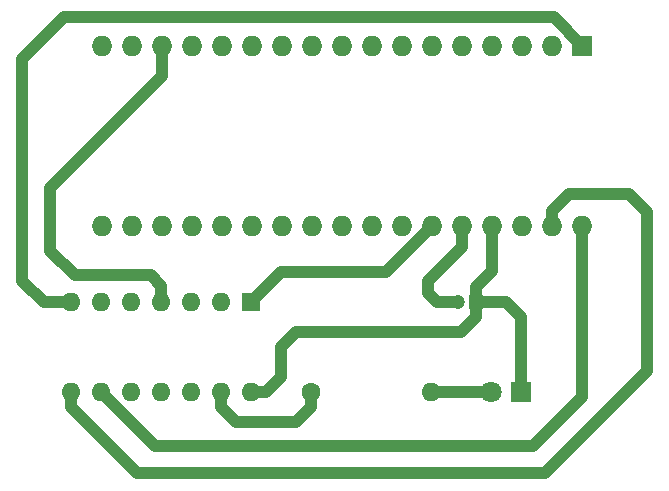
<source format=gbr>
G04 #@! TF.GenerationSoftware,KiCad,Pcbnew,(5.1.9-0-10_14)*
G04 #@! TF.CreationDate,2021-06-09T21:06:45+01:00*
G04 #@! TF.ProjectId,ATtiny84Programmer,41547469-6e79-4383-9450-726f6772616d,rev?*
G04 #@! TF.SameCoordinates,Original*
G04 #@! TF.FileFunction,Copper,L2,Bot*
G04 #@! TF.FilePolarity,Positive*
%FSLAX46Y46*%
G04 Gerber Fmt 4.6, Leading zero omitted, Abs format (unit mm)*
G04 Created by KiCad (PCBNEW (5.1.9-0-10_14)) date 2021-06-09 21:06:45*
%MOMM*%
%LPD*%
G01*
G04 APERTURE LIST*
G04 #@! TA.AperFunction,ComponentPad*
%ADD10O,1.727200X1.727200*%
G04 #@! TD*
G04 #@! TA.AperFunction,ComponentPad*
%ADD11R,1.727200X1.727200*%
G04 #@! TD*
G04 #@! TA.AperFunction,ComponentPad*
%ADD12R,1.200000X1.200000*%
G04 #@! TD*
G04 #@! TA.AperFunction,ComponentPad*
%ADD13C,1.200000*%
G04 #@! TD*
G04 #@! TA.AperFunction,ComponentPad*
%ADD14R,1.800000X1.800000*%
G04 #@! TD*
G04 #@! TA.AperFunction,ComponentPad*
%ADD15C,1.800000*%
G04 #@! TD*
G04 #@! TA.AperFunction,ComponentPad*
%ADD16C,1.600000*%
G04 #@! TD*
G04 #@! TA.AperFunction,ComponentPad*
%ADD17O,1.600000X1.600000*%
G04 #@! TD*
G04 #@! TA.AperFunction,ComponentPad*
%ADD18R,1.600000X1.600000*%
G04 #@! TD*
G04 #@! TA.AperFunction,Conductor*
%ADD19C,1.016000*%
G04 #@! TD*
G04 APERTURE END LIST*
D10*
G04 #@! TO.P,XA1,*
G04 #@! TO.N,*
X115680000Y-92600000D03*
G04 #@! TO.P,XA1,RST2*
G04 #@! TO.N,Net-(XA1-PadRST2)*
X123300000Y-77360000D03*
D11*
G04 #@! TO.P,XA1,MOSI*
G04 #@! TO.N,Net-(U1-Pad7)*
X133460000Y-77360000D03*
D10*
G04 #@! TO.P,XA1,SCK*
G04 #@! TO.N,Net-(U1-Pad9)*
X133460000Y-92600000D03*
G04 #@! TO.P,XA1,A0*
G04 #@! TO.N,Net-(XA1-PadA0)*
X100440000Y-92600000D03*
G04 #@! TO.P,XA1,VIN*
G04 #@! TO.N,Net-(XA1-PadVIN)*
X128380000Y-92600000D03*
G04 #@! TO.P,XA1,GND2*
G04 #@! TO.N,Net-(XA1-PadGND2)*
X120760000Y-77360000D03*
G04 #@! TO.P,XA1,GND1*
G04 #@! TO.N,GND*
X125840000Y-92600000D03*
G04 #@! TO.P,XA1,5V*
G04 #@! TO.N,+5V*
X120760000Y-92600000D03*
G04 #@! TO.P,XA1,3V3*
G04 #@! TO.N,Net-(XA1-Pad3V3)*
X95360000Y-92600000D03*
G04 #@! TO.P,XA1,RST1*
G04 #@! TO.N,Net-(C1-Pad2)*
X123300000Y-92600000D03*
G04 #@! TO.P,XA1,SS*
G04 #@! TO.N,Net-(XA1-PadSS)*
X130920000Y-77360000D03*
G04 #@! TO.P,XA1,D0*
G04 #@! TO.N,Net-(XA1-PadD0)*
X125840000Y-77360000D03*
G04 #@! TO.P,XA1,D1*
G04 #@! TO.N,Net-(XA1-PadD1)*
X128380000Y-77360000D03*
G04 #@! TO.P,XA1,D2*
G04 #@! TO.N,Net-(XA1-PadD2)*
X118220000Y-77360000D03*
G04 #@! TO.P,XA1,D3*
G04 #@! TO.N,Net-(XA1-PadD3)*
X115680000Y-77360000D03*
G04 #@! TO.P,XA1,D4*
G04 #@! TO.N,Net-(XA1-PadD4)*
X113140000Y-77360000D03*
G04 #@! TO.P,XA1,D5*
G04 #@! TO.N,Net-(XA1-PadD5)*
X110600000Y-77360000D03*
G04 #@! TO.P,XA1,D6*
G04 #@! TO.N,Net-(XA1-PadD6)*
X108060000Y-77360000D03*
G04 #@! TO.P,XA1,D7*
G04 #@! TO.N,Net-(XA1-PadD7)*
X105520000Y-77360000D03*
G04 #@! TO.P,XA1,D8*
G04 #@! TO.N,Net-(XA1-PadD8)*
X102980000Y-77360000D03*
G04 #@! TO.P,XA1,D9*
G04 #@! TO.N,Net-(XA1-PadD9)*
X100440000Y-77360000D03*
G04 #@! TO.P,XA1,D10*
G04 #@! TO.N,Net-(U1-Pad4)*
X97900000Y-77360000D03*
G04 #@! TO.P,XA1,AREF*
G04 #@! TO.N,Net-(XA1-PadAREF)*
X97900000Y-92600000D03*
G04 #@! TO.P,XA1,D13*
G04 #@! TO.N,Net-(XA1-PadD13)*
X92820000Y-92600000D03*
G04 #@! TO.P,XA1,D12*
G04 #@! TO.N,Net-(XA1-PadD12)*
X92820000Y-77360000D03*
G04 #@! TO.P,XA1,D11*
G04 #@! TO.N,Net-(XA1-PadD11)*
X95360000Y-77360000D03*
G04 #@! TO.P,XA1,*
G04 #@! TO.N,*
X118220000Y-92600000D03*
G04 #@! TO.P,XA1,A1*
G04 #@! TO.N,Net-(XA1-PadA1)*
X102980000Y-92600000D03*
G04 #@! TO.P,XA1,A2*
G04 #@! TO.N,Net-(XA1-PadA2)*
X105520000Y-92600000D03*
G04 #@! TO.P,XA1,A3*
G04 #@! TO.N,Net-(XA1-PadA3)*
X108060000Y-92600000D03*
G04 #@! TO.P,XA1,A4*
G04 #@! TO.N,Net-(XA1-PadA4)*
X110600000Y-92600000D03*
G04 #@! TO.P,XA1,A5*
G04 #@! TO.N,Net-(XA1-PadA5)*
X113140000Y-92600000D03*
G04 #@! TO.P,XA1,MISO*
G04 #@! TO.N,Net-(U1-Pad8)*
X130920000Y-92600000D03*
G04 #@! TD*
D12*
G04 #@! TO.P,C1,1*
G04 #@! TO.N,GND*
X124460000Y-99060000D03*
D13*
G04 #@! TO.P,C1,2*
G04 #@! TO.N,Net-(C1-Pad2)*
X122960000Y-99060000D03*
G04 #@! TD*
D14*
G04 #@! TO.P,D1,1*
G04 #@! TO.N,GND*
X128270000Y-106680000D03*
D15*
G04 #@! TO.P,D1,2*
G04 #@! TO.N,Net-(D1-Pad2)*
X125730000Y-106680000D03*
G04 #@! TD*
D16*
G04 #@! TO.P,R1,1*
G04 #@! TO.N,Net-(R1-Pad1)*
X110490000Y-106680000D03*
D17*
G04 #@! TO.P,R1,2*
G04 #@! TO.N,Net-(D1-Pad2)*
X120650000Y-106680000D03*
G04 #@! TD*
D18*
G04 #@! TO.P,U1,1*
G04 #@! TO.N,+5V*
X105410000Y-99060000D03*
D17*
G04 #@! TO.P,U1,8*
G04 #@! TO.N,Net-(U1-Pad8)*
X90170000Y-106680000D03*
G04 #@! TO.P,U1,2*
G04 #@! TO.N,Net-(U1-Pad2)*
X102870000Y-99060000D03*
G04 #@! TO.P,U1,9*
G04 #@! TO.N,Net-(U1-Pad9)*
X92710000Y-106680000D03*
G04 #@! TO.P,U1,3*
G04 #@! TO.N,Net-(U1-Pad3)*
X100330000Y-99060000D03*
G04 #@! TO.P,U1,10*
G04 #@! TO.N,Net-(U1-Pad10)*
X95250000Y-106680000D03*
G04 #@! TO.P,U1,4*
G04 #@! TO.N,Net-(U1-Pad4)*
X97790000Y-99060000D03*
G04 #@! TO.P,U1,11*
G04 #@! TO.N,Net-(U1-Pad11)*
X97790000Y-106680000D03*
G04 #@! TO.P,U1,5*
G04 #@! TO.N,Net-(U1-Pad5)*
X95250000Y-99060000D03*
G04 #@! TO.P,U1,12*
G04 #@! TO.N,Net-(U1-Pad12)*
X100330000Y-106680000D03*
G04 #@! TO.P,U1,6*
G04 #@! TO.N,Net-(U1-Pad6)*
X92710000Y-99060000D03*
G04 #@! TO.P,U1,13*
G04 #@! TO.N,Net-(R1-Pad1)*
X102870000Y-106680000D03*
G04 #@! TO.P,U1,7*
G04 #@! TO.N,Net-(U1-Pad7)*
X90170000Y-99060000D03*
G04 #@! TO.P,U1,14*
G04 #@! TO.N,GND*
X105410000Y-106680000D03*
G04 #@! TD*
D19*
G04 #@! TO.N,GND*
X128270000Y-106680000D02*
X128270000Y-100330000D01*
X128270000Y-100330000D02*
X127000000Y-99060000D01*
X127000000Y-99060000D02*
X124460000Y-99060000D01*
X105410000Y-106680000D02*
X106680000Y-106680000D01*
X106680000Y-106680000D02*
X107950000Y-105410000D01*
X107950000Y-105410000D02*
X107950000Y-102870000D01*
X107950000Y-102870000D02*
X109220000Y-101600000D01*
X109220000Y-101600000D02*
X123190000Y-101600000D01*
X123190000Y-101600000D02*
X124460000Y-100330000D01*
X124460000Y-100330000D02*
X124460000Y-99060000D01*
X124460000Y-99060000D02*
X124460000Y-97790000D01*
X125840000Y-96410000D02*
X125840000Y-92600000D01*
X124460000Y-97790000D02*
X125840000Y-96410000D01*
G04 #@! TO.N,Net-(C1-Pad2)*
X123300000Y-92600000D02*
X123300000Y-94378000D01*
X123300000Y-94378000D02*
X120396000Y-97282000D01*
X120396000Y-97282000D02*
X120396000Y-98298000D01*
X121158000Y-99060000D02*
X122960000Y-99060000D01*
X120396000Y-98298000D02*
X121158000Y-99060000D01*
G04 #@! TO.N,Net-(D1-Pad2)*
X120650000Y-106680000D02*
X125730000Y-106680000D01*
G04 #@! TO.N,Net-(R1-Pad1)*
X102870000Y-106680000D02*
X102870000Y-107950000D01*
X110490000Y-107950000D02*
X110490000Y-106680000D01*
X109220000Y-109220000D02*
X110490000Y-107950000D01*
X102870000Y-107950000D02*
X104140000Y-109220000D01*
X104140000Y-109220000D02*
X109220000Y-109220000D01*
G04 #@! TO.N,+5V*
X120760000Y-92600000D02*
X116840000Y-96520000D01*
X107950000Y-96520000D02*
X105410000Y-99060000D01*
X116840000Y-96520000D02*
X107950000Y-96520000D01*
G04 #@! TO.N,Net-(U1-Pad8)*
X138938000Y-91440000D02*
X137414000Y-89916000D01*
X138938000Y-104902000D02*
X138938000Y-91440000D01*
X132334000Y-89916000D02*
X130920000Y-91330000D01*
X130302000Y-113538000D02*
X138938000Y-104902000D01*
X130920000Y-91330000D02*
X130920000Y-92600000D01*
X95758000Y-113538000D02*
X130302000Y-113538000D01*
X137414000Y-89916000D02*
X132334000Y-89916000D01*
X90170000Y-107950000D02*
X95758000Y-113538000D01*
X90170000Y-106680000D02*
X90170000Y-107950000D01*
G04 #@! TO.N,Net-(U1-Pad9)*
X92710000Y-106680000D02*
X97282000Y-111252000D01*
X97282000Y-111252000D02*
X98044000Y-111252000D01*
X133460000Y-107078000D02*
X129286000Y-111252000D01*
X129286000Y-111252000D02*
X98044000Y-111252000D01*
X133460000Y-92600000D02*
X133460000Y-107078000D01*
G04 #@! TO.N,Net-(U1-Pad4)*
X97900000Y-77360000D02*
X97900000Y-79920000D01*
X97900000Y-79920000D02*
X88410000Y-89410000D01*
X88410000Y-89410000D02*
X88410000Y-94680000D01*
X88410000Y-94680000D02*
X90500000Y-96770000D01*
X96900000Y-96770000D02*
X97790000Y-97660000D01*
X90500000Y-96770000D02*
X96900000Y-96770000D01*
X97790000Y-99060000D02*
X97790000Y-97660000D01*
G04 #@! TO.N,Net-(U1-Pad7)*
X131030000Y-74930000D02*
X133460000Y-77360000D01*
X89540000Y-74930000D02*
X131030000Y-74930000D01*
X86000000Y-78470000D02*
X89540000Y-74930000D01*
X86000000Y-97230000D02*
X86000000Y-78470000D01*
X87830000Y-99060000D02*
X86000000Y-97230000D01*
X90170000Y-99060000D02*
X87830000Y-99060000D01*
G04 #@! TD*
M02*

</source>
